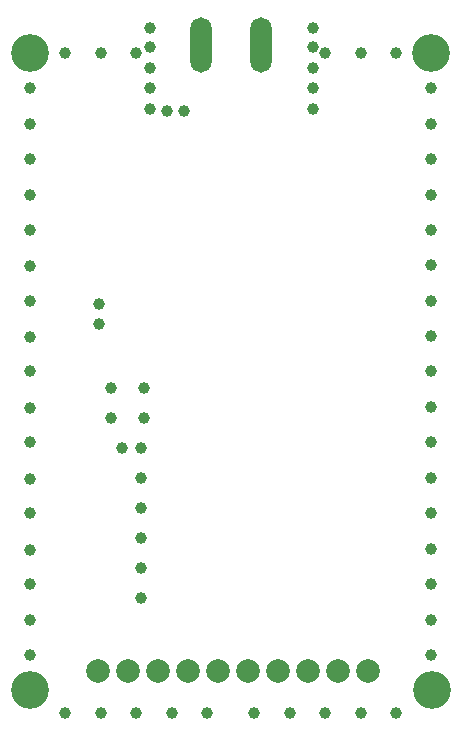
<source format=gbr>
G04 DipTrace 3.0.0.1*
G04 BottomMask.gbr*
%MOIN*%
G04 #@! TF.FileFunction,Soldermask,Bot*
G04 #@! TF.Part,Single*
%ADD34C,0.125984*%
%ADD39O,0.070866X0.185039*%
%ADD45C,0.03937*%
%ADD50C,0.07874*%
%FSLAX26Y26*%
G04*
G70*
G90*
G75*
G01*
G04 BotMask*
%LPD*%
D50*
X737451Y574950D3*
D3*
D34*
X1852244Y512638D3*
X511811Y511811D3*
X1850394Y2637795D3*
X511811D3*
D50*
X937520Y576181D3*
D3*
X1037520D3*
D3*
X1137520D3*
D3*
X1337559D3*
D3*
X1437559D3*
D3*
X1537559D3*
D3*
D45*
X1850394Y629921D3*
Y2519685D3*
Y866142D3*
X511811Y2519685D3*
X1850394Y1102362D3*
X511811Y2283465D3*
X1850394Y1338583D3*
X511811Y2047244D3*
Y1811024D3*
Y1574803D3*
Y1338583D3*
Y1102362D3*
X1850394Y1574803D3*
Y1811024D3*
Y2047244D3*
X511811Y866142D3*
Y629921D3*
X1025017Y2443916D3*
X881244Y1318807D3*
X1850394Y2283465D3*
X881253Y1218812D3*
Y1118807D3*
X968761Y2443916D3*
X881253Y1018801D3*
X881245Y918819D3*
X912505Y2718945D3*
Y2656438D3*
X1732283Y2637795D3*
X881253Y818795D3*
X912505Y2587681D3*
Y2518924D3*
X893745Y1418812D3*
X781253Y1518819D3*
Y1418819D3*
X818753Y1318819D3*
X743738Y1731341D3*
X912505Y2450167D3*
X1456312Y2718945D3*
Y2656438D3*
Y2587681D3*
X748031Y2637795D3*
X629921D3*
X866142D3*
X743738Y1800098D3*
X512638Y744961D3*
X893753Y1518819D3*
X1850394Y2400748D3*
X1456312Y2518924D3*
X1850394Y747205D3*
Y983425D3*
Y1219646D3*
X1456312Y2450167D3*
X629921Y437795D3*
X866142D3*
X1732283D3*
X1614173D3*
X1377953D3*
X1102362D3*
X1850394Y1455866D3*
Y1692087D3*
Y1928307D3*
X1496063Y2637795D3*
X1850394Y2164528D3*
X1614173Y2637795D3*
X748031Y437795D3*
X1496063D3*
X1259843D3*
X984252D3*
X512638Y981181D3*
Y1217402D3*
Y1453622D3*
Y1689843D3*
Y1926063D3*
Y2162283D3*
Y2398504D3*
D50*
X1237520Y576181D3*
D3*
X1637598D3*
D3*
D39*
X1081201Y2662450D3*
X1281181Y2662490D3*
D50*
X837480Y576181D3*
D3*
M02*

</source>
